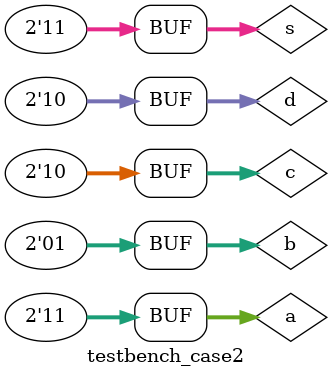
<source format=v>

module testbench_case2;

reg [1:0]a;
reg [1:0]b;
reg [1:0]c;
reg [1:0]d;
reg [1:0]s;

wire [1:0]y;
 
 case2 uut(.a(a),.b(b),.c(c),.d(d),.s(s),.y(y));
      initial
       begin
		  s=2'b0x; a=2'b0z; b=2'b11; c=2'b01; d=2'b10; 
		   #10
		  
		  s=2'b01; a=2'b00; b=2'b01; c=2'b11; d=2'b10; 
         #10

		  s=2'b01; a=2'b0x; b=2'b1x; c=2'b00; d=2'b01; 
         #10

		  s=2'b11; a=2'b11; b=2'b01; c=2'b10; d=2'b10; 



end
endmodule

</source>
